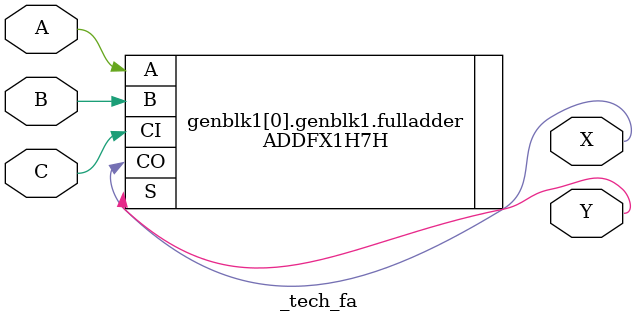
<source format=v>

(* techmap_celltype = "$fa" *)
module _tech_fa (A, B, C, X, Y);
  parameter WIDTH = 1;
  (* force_downto *)
    input [WIDTH-1 : 0] A, B, C;
  (* force_downto *)
    output [WIDTH-1 : 0] X, Y;
  
  parameter _TECHMAP_CONSTVAL_A_ = WIDTH'bx;
  parameter _TECHMAP_CONSTVAL_B_ = WIDTH'bx;
  parameter _TECHMAP_CONSTVAL_C_ = WIDTH'bx;
  
  genvar i;
  generate for (i = 0; i < WIDTH; i = i + 1) begin
      if (_TECHMAP_CONSTVAL_A_[i] === 1'b0 || _TECHMAP_CONSTVAL_B_[i] === 1'b0 || _TECHMAP_CONSTVAL_C_[i] === 1'b0) begin
        if (_TECHMAP_CONSTVAL_C_[i] === 1'b0) begin
          ADDHX1H7H halfadder_Cconst (
              .A(A[i]),
              .B(B[i]),
              .CO(X[i]), .S(Y[i])
            );
        end 
        else begin
          if (_TECHMAP_CONSTVAL_B_[i] === 1'b0) begin
            ADDHX1H7H halfadder_Bconst (
                .A(A[i]),
                .B(C[i]),
                .CO(X[i]), .S(Y[i])
              );
          end
          else begin
            ADDHX1H7H halfadder_Aconst (
                .A(B[i]),
                .B(C[i]),
                .CO(X[i]), .S(Y[i])
              );
          end
        end
      end
      else begin
        ADDFX1H7H fulladder (
            .A(A[i]), .B(B[i]), .CI(C[i]), .CO(X[i]), .S(Y[i])
          );
      end
    end endgenerate

endmodule

</source>
